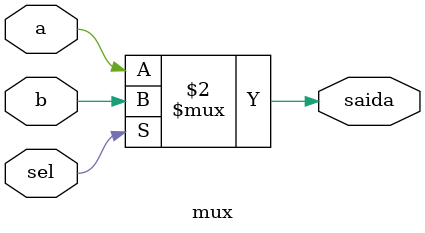
<source format=v>
module mux(a,b,sel,saida);
  input wire a, b, sel;
  output wire saida;
  
  assign saida = (sel == 1'b0) ? a : b;
    endmodule
</source>
